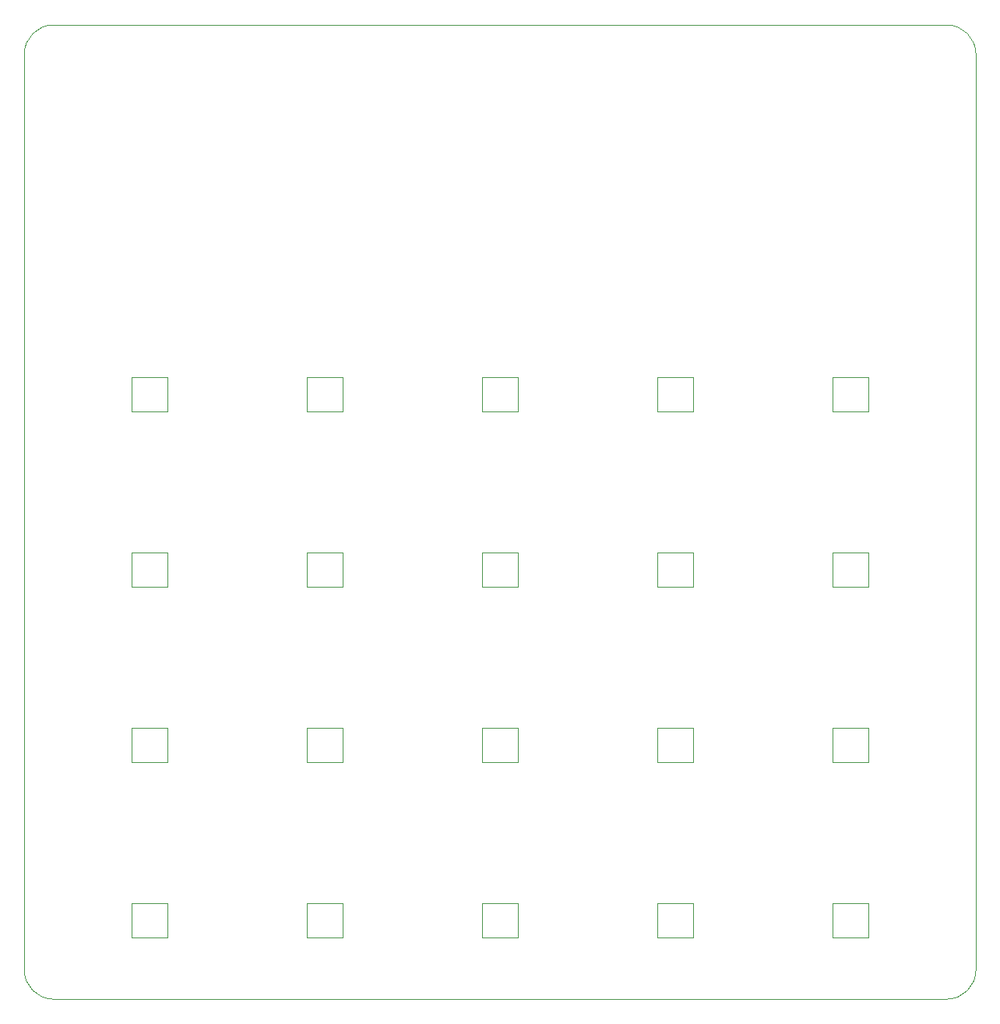
<source format=gbr>
%TF.GenerationSoftware,KiCad,Pcbnew,(6.0.4)*%
%TF.CreationDate,2022-06-27T22:54:41+02:00*%
%TF.ProjectId,MacroBoard-rounded,4d616372-6f42-46f6-9172-642d726f756e,rev?*%
%TF.SameCoordinates,Original*%
%TF.FileFunction,Profile,NP*%
%FSLAX46Y46*%
G04 Gerber Fmt 4.6, Leading zero omitted, Abs format (unit mm)*
G04 Created by KiCad (PCBNEW (6.0.4)) date 2022-06-27 22:54:41*
%MOMM*%
%LPD*%
G01*
G04 APERTURE LIST*
%TA.AperFunction,Profile*%
%ADD10C,0.100000*%
%TD*%
%TA.AperFunction,Profile*%
%ADD11C,0.120000*%
%TD*%
G04 APERTURE END LIST*
D10*
X67332564Y-132692436D02*
G75*
G03*
X70507564Y-135867436I3175036J36D01*
G01*
X167617436Y-135867436D02*
G75*
G03*
X170792436Y-132692436I-36J3175036D01*
G01*
X67332564Y-33201314D02*
X67332564Y-132692436D01*
X70507564Y-30026264D02*
G75*
G03*
X67332564Y-33201314I36J-3175036D01*
G01*
X170792436Y-132692436D02*
X170792436Y-33201314D01*
X170792386Y-33201314D02*
G75*
G03*
X167617436Y-30026314I-3174986J14D01*
G01*
X70507564Y-135867436D02*
X167617436Y-135867436D01*
X167617436Y-30026314D02*
X70507564Y-30026314D01*
D11*
%TO.C,D21*%
X82912500Y-71997500D02*
X82912500Y-68297500D01*
X79012500Y-71997500D02*
X82912500Y-71997500D01*
X82912500Y-68297500D02*
X79012500Y-68297500D01*
X79012500Y-68297500D02*
X79012500Y-71997500D01*
%TO.C,D37*%
X159112500Y-71997500D02*
X159112500Y-68297500D01*
X159112500Y-68297500D02*
X155212500Y-68297500D01*
X155212500Y-71997500D02*
X159112500Y-71997500D01*
X155212500Y-68297500D02*
X155212500Y-71997500D01*
%TO.C,D32*%
X121012500Y-125447500D02*
X117112500Y-125447500D01*
X117112500Y-129147500D02*
X121012500Y-129147500D01*
X121012500Y-129147500D02*
X121012500Y-125447500D01*
X117112500Y-125447500D02*
X117112500Y-129147500D01*
%TO.C,D34*%
X140062500Y-87347500D02*
X136162500Y-87347500D01*
X136162500Y-91047500D02*
X140062500Y-91047500D01*
X136162500Y-87347500D02*
X136162500Y-91047500D01*
X140062500Y-91047500D02*
X140062500Y-87347500D01*
%TO.C,D23*%
X79012500Y-106397500D02*
X79012500Y-110097500D01*
X82912500Y-106397500D02*
X79012500Y-106397500D01*
X82912500Y-110097500D02*
X82912500Y-106397500D01*
X79012500Y-110097500D02*
X82912500Y-110097500D01*
%TO.C,D25*%
X98062500Y-68297500D02*
X98062500Y-71997500D01*
X98062500Y-71997500D02*
X101962500Y-71997500D01*
X101962500Y-71997500D02*
X101962500Y-68297500D01*
X101962500Y-68297500D02*
X98062500Y-68297500D01*
%TO.C,D26*%
X98062500Y-87347500D02*
X98062500Y-91047500D01*
X101962500Y-87347500D02*
X98062500Y-87347500D01*
X101962500Y-91047500D02*
X101962500Y-87347500D01*
X98062500Y-91047500D02*
X101962500Y-91047500D01*
%TO.C,D38*%
X155212500Y-91047500D02*
X159112500Y-91047500D01*
X159112500Y-91047500D02*
X159112500Y-87347500D01*
X159112500Y-87347500D02*
X155212500Y-87347500D01*
X155212500Y-87347500D02*
X155212500Y-91047500D01*
%TO.C,D24*%
X79012500Y-129147500D02*
X82912500Y-129147500D01*
X82912500Y-129147500D02*
X82912500Y-125447500D01*
X82912500Y-125447500D02*
X79012500Y-125447500D01*
X79012500Y-125447500D02*
X79012500Y-129147500D01*
%TO.C,D22*%
X79012500Y-87347500D02*
X79012500Y-91047500D01*
X79012500Y-91047500D02*
X82912500Y-91047500D01*
X82912500Y-91047500D02*
X82912500Y-87347500D01*
X82912500Y-87347500D02*
X79012500Y-87347500D01*
%TO.C,D36*%
X140062500Y-129147500D02*
X140062500Y-125447500D01*
X140062500Y-125447500D02*
X136162500Y-125447500D01*
X136162500Y-129147500D02*
X140062500Y-129147500D01*
X136162500Y-125447500D02*
X136162500Y-129147500D01*
%TO.C,D33*%
X136162500Y-68297500D02*
X136162500Y-71997500D01*
X140062500Y-71997500D02*
X140062500Y-68297500D01*
X140062500Y-68297500D02*
X136162500Y-68297500D01*
X136162500Y-71997500D02*
X140062500Y-71997500D01*
%TO.C,D39*%
X155212500Y-110097500D02*
X159112500Y-110097500D01*
X155212500Y-106397500D02*
X155212500Y-110097500D01*
X159112500Y-106397500D02*
X155212500Y-106397500D01*
X159112500Y-110097500D02*
X159112500Y-106397500D01*
%TO.C,D30*%
X117112500Y-87347500D02*
X117112500Y-91047500D01*
X117112500Y-91047500D02*
X121012500Y-91047500D01*
X121012500Y-87347500D02*
X117112500Y-87347500D01*
X121012500Y-91047500D02*
X121012500Y-87347500D01*
%TO.C,D27*%
X101962500Y-106397500D02*
X98062500Y-106397500D01*
X98062500Y-110097500D02*
X101962500Y-110097500D01*
X101962500Y-110097500D02*
X101962500Y-106397500D01*
X98062500Y-106397500D02*
X98062500Y-110097500D01*
%TO.C,D40*%
X159112500Y-129147500D02*
X159112500Y-125447500D01*
X155212500Y-129147500D02*
X159112500Y-129147500D01*
X159112500Y-125447500D02*
X155212500Y-125447500D01*
X155212500Y-125447500D02*
X155212500Y-129147500D01*
%TO.C,D29*%
X121012500Y-71997500D02*
X121012500Y-68297500D01*
X121012500Y-68297500D02*
X117112500Y-68297500D01*
X117112500Y-68297500D02*
X117112500Y-71997500D01*
X117112500Y-71997500D02*
X121012500Y-71997500D01*
%TO.C,D35*%
X140062500Y-110097500D02*
X140062500Y-106397500D01*
X140062500Y-106397500D02*
X136162500Y-106397500D01*
X136162500Y-110097500D02*
X140062500Y-110097500D01*
X136162500Y-106397500D02*
X136162500Y-110097500D01*
%TO.C,D28*%
X98062500Y-125447500D02*
X98062500Y-129147500D01*
X101962500Y-125447500D02*
X98062500Y-125447500D01*
X101962500Y-129147500D02*
X101962500Y-125447500D01*
X98062500Y-129147500D02*
X101962500Y-129147500D01*
%TO.C,D31*%
X121012500Y-106397500D02*
X117112500Y-106397500D01*
X117112500Y-106397500D02*
X117112500Y-110097500D01*
X121012500Y-110097500D02*
X121012500Y-106397500D01*
X117112500Y-110097500D02*
X121012500Y-110097500D01*
%TD*%
M02*

</source>
